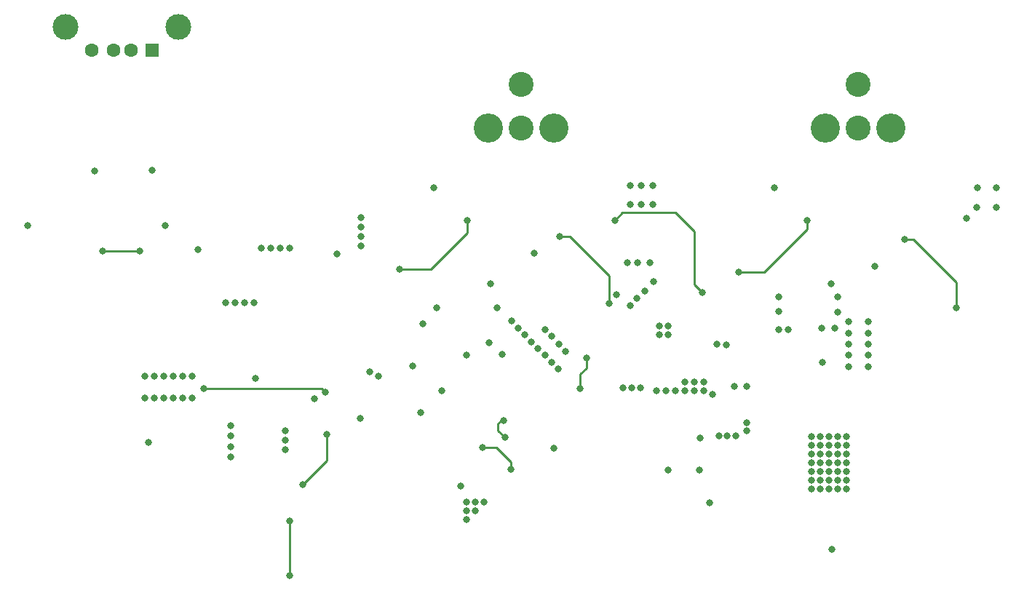
<source format=gbr>
%TF.GenerationSoftware,KiCad,Pcbnew,(5.99.0-9519-ga70106a3bd)*%
%TF.CreationDate,2021-04-02T22:42:04-07:00*%
%TF.ProjectId,UsbSound,55736253-6f75-46e6-942e-6b696361645f,rev?*%
%TF.SameCoordinates,Original*%
%TF.FileFunction,Copper,L4,Bot*%
%TF.FilePolarity,Positive*%
%FSLAX46Y46*%
G04 Gerber Fmt 4.6, Leading zero omitted, Abs format (unit mm)*
G04 Created by KiCad (PCBNEW (5.99.0-9519-ga70106a3bd)) date 2021-04-02 22:42:04*
%MOMM*%
%LPD*%
G01*
G04 APERTURE LIST*
%TA.AperFunction,ComponentPad*%
%ADD10R,1.600000X1.500000*%
%TD*%
%TA.AperFunction,ComponentPad*%
%ADD11C,1.600000*%
%TD*%
%TA.AperFunction,ComponentPad*%
%ADD12C,3.000000*%
%TD*%
%TA.AperFunction,ComponentPad*%
%ADD13C,3.400000*%
%TD*%
%TA.AperFunction,ComponentPad*%
%ADD14C,2.900000*%
%TD*%
%TA.AperFunction,ViaPad*%
%ADD15C,0.800000*%
%TD*%
%TA.AperFunction,Conductor*%
%ADD16C,0.250000*%
%TD*%
G04 APERTURE END LIST*
D10*
%TO.P,J2,1,VBUS*%
%TO.N,+5V*%
X96500100Y-53620000D03*
D11*
%TO.P,J2,2,D-*%
%TO.N,USB_CONN_D-*%
X94000100Y-53620000D03*
%TO.P,J2,3,D+*%
%TO.N,USB_CONN_D+*%
X92000100Y-53620000D03*
%TO.P,J2,4,GND*%
%TO.N,unconnected-(J2-Pad4)*%
X89500100Y-53620000D03*
D12*
%TO.P,J2,5,Shield*%
%TO.N,GND*%
X86430100Y-50910000D03*
X99570100Y-50910000D03*
%TD*%
D13*
%TO.P,J4,1*%
%TO.N,GND*%
X182410500Y-62627600D03*
%TO.P,J4,2*%
%TO.N,XLR_R+*%
X174790500Y-62627600D03*
D14*
%TO.P,J4,3*%
%TO.N,XLR_R-*%
X178600500Y-62627600D03*
%TO.P,J4,G*%
%TO.N,N/C*%
X178600500Y-57547600D03*
%TD*%
D13*
%TO.P,J3,1*%
%TO.N,GND*%
X143190500Y-62627600D03*
%TO.P,J3,2*%
%TO.N,XLR_L+*%
X135570500Y-62627600D03*
D14*
%TO.P,J3,3*%
%TO.N,XLR_L-*%
X139380500Y-62627600D03*
%TO.P,J3,G*%
%TO.N,N/C*%
X139380500Y-57547600D03*
%TD*%
D15*
%TO.N,GND*%
X143000000Y-89900000D03*
X175260000Y-98552000D03*
X127762000Y-95758000D03*
X177292000Y-102616000D03*
X97800000Y-94100000D03*
X173228000Y-102616000D03*
X177292000Y-104648000D03*
X112000000Y-100100000D03*
X158500000Y-93200000D03*
X98900000Y-91500000D03*
X142200000Y-89100000D03*
X133096000Y-108204000D03*
X177500000Y-85200000D03*
X174244000Y-102616000D03*
X153400000Y-71500000D03*
X169400000Y-84000000D03*
X112000000Y-97900000D03*
X136652000Y-83566000D03*
X179800000Y-86500000D03*
X112500000Y-76600000D03*
X141400000Y-88300000D03*
X159600000Y-92200000D03*
X165700000Y-92700000D03*
X152100000Y-71500000D03*
X150500000Y-82000000D03*
X175260000Y-102616000D03*
X176276000Y-99568000D03*
X160200000Y-98700000D03*
X175900000Y-85900000D03*
X133096000Y-107188000D03*
X135700000Y-87600000D03*
X174400000Y-85900000D03*
X175260000Y-104648000D03*
X175260000Y-100584000D03*
X153300000Y-92900000D03*
X173228000Y-103632000D03*
X155500000Y-85700000D03*
X154800000Y-80500000D03*
X144615094Y-88610906D03*
X143002000Y-86868000D03*
X143795047Y-87790858D03*
X151300000Y-92900000D03*
X137196100Y-88967400D03*
X152100000Y-83300000D03*
X177500000Y-89100000D03*
X96700000Y-91500000D03*
X122800000Y-91500000D03*
X140600000Y-87500000D03*
X134112000Y-107188000D03*
X176276000Y-100584000D03*
X175260000Y-101600000D03*
X107200000Y-83000000D03*
X169400000Y-86100000D03*
X154400000Y-78300000D03*
X110300000Y-76600000D03*
X153400000Y-69300000D03*
X192500000Y-69600000D03*
X109200000Y-76600000D03*
X177292000Y-98552000D03*
X105600000Y-99700000D03*
X89814400Y-67640200D03*
X154700000Y-69300000D03*
X164200000Y-92700000D03*
X139100000Y-85900000D03*
X173228000Y-100584000D03*
X160700000Y-93200000D03*
X175260000Y-103632000D03*
X179800000Y-89100000D03*
X133055900Y-89069000D03*
X95600000Y-94100000D03*
X156500000Y-85700000D03*
X177292000Y-100584000D03*
X152300000Y-92900000D03*
X105600000Y-100900000D03*
X176276000Y-104648000D03*
X176276000Y-101600000D03*
X143700000Y-90700000D03*
X129623000Y-83566000D03*
X165700000Y-97900000D03*
X98900000Y-94100000D03*
X155500000Y-86700000D03*
X165700000Y-96900000D03*
X164400000Y-98500000D03*
X95600000Y-91500000D03*
X176276000Y-84100000D03*
X106100000Y-83000000D03*
X120700000Y-96400000D03*
X173228000Y-98552000D03*
X135128000Y-106172000D03*
X120800000Y-73100000D03*
X105000000Y-83000000D03*
X152100000Y-69300000D03*
X177292000Y-99568000D03*
X120800000Y-75300000D03*
X169418000Y-82296000D03*
X177500000Y-87800000D03*
X157400000Y-93200000D03*
X174244000Y-103632000D03*
X111400000Y-76600000D03*
X179800000Y-85200000D03*
X174244000Y-98552000D03*
X121800000Y-91000000D03*
X96700000Y-94100000D03*
X176276000Y-98552000D03*
X154700000Y-71500000D03*
X177500000Y-86500000D03*
X97800000Y-91500000D03*
X176276000Y-102616000D03*
X163322000Y-87884000D03*
X163400000Y-98500000D03*
X156500000Y-86700000D03*
X176276000Y-103632000D03*
X176276000Y-82296000D03*
X173228000Y-101600000D03*
X192400000Y-71900000D03*
X194700000Y-69600000D03*
X112000000Y-99000000D03*
X160700000Y-92200000D03*
X156300000Y-93200000D03*
X174244000Y-99568000D03*
X108300000Y-83000000D03*
X173228000Y-99568000D03*
X152900000Y-82500000D03*
X120800000Y-74200000D03*
X173228000Y-104648000D03*
X101100000Y-94100000D03*
X179800000Y-87800000D03*
X120800000Y-76400000D03*
X100000000Y-91500000D03*
X138300000Y-85100000D03*
X139800000Y-86700000D03*
X179800000Y-90400000D03*
X105600000Y-98500000D03*
X174244000Y-104648000D03*
X134112000Y-106172000D03*
X174244000Y-100584000D03*
X174244000Y-101600000D03*
X153800000Y-81600000D03*
X151800000Y-78300000D03*
X161700000Y-93600000D03*
X155200000Y-93200000D03*
X162200000Y-87800000D03*
X162400000Y-98500000D03*
X159600000Y-93200000D03*
X177500000Y-90400000D03*
X153000000Y-78300000D03*
X101100000Y-91500000D03*
X133096000Y-106172000D03*
X142240000Y-86106000D03*
X158500000Y-92200000D03*
X175260000Y-99568000D03*
X170500000Y-86100000D03*
X105600000Y-97300000D03*
X100000000Y-94100000D03*
X177292000Y-101600000D03*
X194700000Y-71900000D03*
X177292000Y-103632000D03*
%TO.N,+3V3*%
X127950500Y-85436800D03*
X161326100Y-106290200D03*
X132384800Y-104343200D03*
X114046000Y-104140000D03*
X156540200Y-102412800D03*
X115366800Y-94132400D03*
X96048100Y-99203600D03*
X101788500Y-76801000D03*
X108544900Y-91812200D03*
X126767900Y-90373200D03*
X175554500Y-111653600D03*
X130169200Y-93198400D03*
X97993200Y-74015600D03*
X160121600Y-102463600D03*
X82027300Y-73956000D03*
X118019100Y-77309000D03*
X116840000Y-98298000D03*
%TO.N,Net-(C17-Pad2)*%
X143895500Y-75257600D03*
X149695500Y-83057600D03*
%TO.N,+5VA*%
X175448500Y-80788600D03*
X191196500Y-73168600D03*
X147000500Y-89424600D03*
X135824500Y-80788600D03*
X174432500Y-89932600D03*
X150300000Y-73400000D03*
X146289300Y-92929800D03*
X160513300Y-81766500D03*
%TO.N,-5VA*%
X168844500Y-69612600D03*
X129220500Y-69612600D03*
X180528500Y-78756600D03*
X140904500Y-77232600D03*
%TO.N,Net-(C25-Pad2)*%
X125308000Y-79032600D03*
X133108000Y-73432600D03*
%TO.N,Net-(C42-Pad2)*%
X164720500Y-79382600D03*
X172720500Y-73382600D03*
%TO.N,Net-(C38-Pad2)*%
X184020500Y-75570100D03*
X190020500Y-83570100D03*
%TO.N,LED_STATUS*%
X112522000Y-114706400D03*
X112496600Y-108331000D03*
%TO.N,+5V*%
X143190500Y-99940200D03*
X96479900Y-67580600D03*
%TO.N,NRST*%
X116672900Y-93387000D03*
X102499700Y-92929800D03*
%TO.N,SWO*%
X138237500Y-102348400D03*
X134935500Y-99848400D03*
%TO.N,BOOT0*%
X95082900Y-76978600D03*
X90714100Y-76978600D03*
%TO.N,I2C1_SCL*%
X137551700Y-98670200D03*
X137348500Y-96689000D03*
%TD*%
D16*
%TO.N,+3V3*%
X160096200Y-102489000D02*
X160121600Y-102463600D01*
X156540200Y-102412800D02*
X156616400Y-102489000D01*
X116840000Y-98298000D02*
X116840000Y-101346000D01*
X116840000Y-101346000D02*
X114046000Y-104140000D01*
%TO.N,Net-(C17-Pad2)*%
X149695500Y-79857600D02*
X145095500Y-75257600D01*
X145095500Y-75257600D02*
X143895500Y-75257600D01*
X149695500Y-83057600D02*
X149695500Y-79857600D01*
%TO.N,+5VA*%
X146289300Y-91304200D02*
X147000500Y-90593000D01*
X146289300Y-92929800D02*
X146289300Y-91304200D01*
X159600000Y-80853200D02*
X160513300Y-81766500D01*
X150300000Y-73400000D02*
X151200000Y-72500000D01*
X147000500Y-90593000D02*
X147000500Y-89424600D01*
X157400000Y-72500000D02*
X159600000Y-74700000D01*
X151200000Y-72500000D02*
X157400000Y-72500000D01*
X159600000Y-74700000D02*
X159600000Y-80853200D01*
%TO.N,Net-(C25-Pad2)*%
X128908000Y-79032600D02*
X133108000Y-74832600D01*
X133108000Y-74832600D02*
X133108000Y-73432600D01*
X125308000Y-79032600D02*
X128908000Y-79032600D01*
%TO.N,Net-(C42-Pad2)*%
X172720500Y-73382600D02*
X172720500Y-74382600D01*
X172720500Y-74382600D02*
X167720500Y-79382600D01*
X167720500Y-79382600D02*
X164720500Y-79382600D01*
%TO.N,Net-(C38-Pad2)*%
X184020500Y-75570100D02*
X185020500Y-75570100D01*
X185020500Y-75570100D02*
X190020500Y-80570100D01*
X190020500Y-80570100D02*
X190020500Y-83570100D01*
%TO.N,LED_STATUS*%
X112496600Y-114681000D02*
X112522000Y-114706400D01*
X112496600Y-108331000D02*
X112496600Y-114681000D01*
%TO.N,NRST*%
X116215700Y-92929800D02*
X102499700Y-92929800D01*
X116672900Y-93387000D02*
X116215700Y-92929800D01*
%TO.N,SWO*%
X138237500Y-101540400D02*
X136545500Y-99848400D01*
X136545500Y-99848400D02*
X134935500Y-99848400D01*
X138237500Y-102348400D02*
X138237500Y-101540400D01*
%TO.N,BOOT0*%
X90714100Y-76978600D02*
X95082900Y-76978600D01*
%TO.N,I2C1_SCL*%
X137094500Y-96689000D02*
X137348500Y-96689000D01*
X136738900Y-97857400D02*
X136738900Y-97044600D01*
X137551700Y-98670200D02*
X136738900Y-97857400D01*
X136738900Y-97044600D02*
X137094500Y-96689000D01*
%TD*%
M02*

</source>
